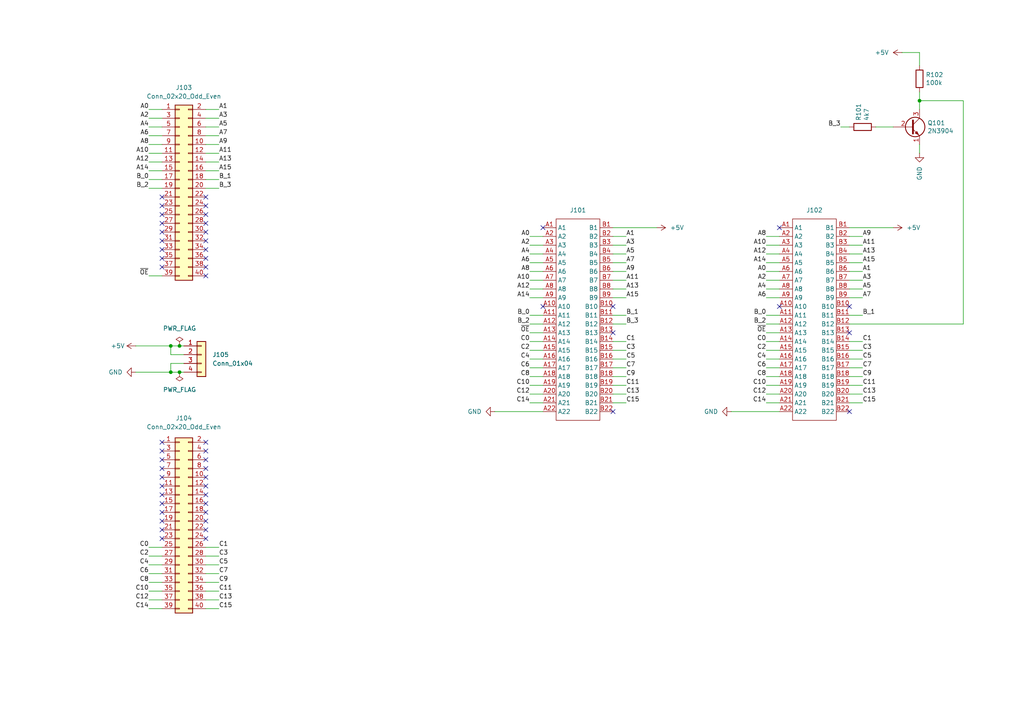
<source format=kicad_sch>
(kicad_sch (version 20231120) (generator "eeschema") (generator_version "8.0")
  (paper "A4")
  (lib_symbols
    (symbol "BoardEdgeConnectors:TE-5530843-4"
      (property "Reference" "J" (at -0.254 30.988 0))
      (symbol "TE-5530843-4_0_1"
        (rectangle (start -6.35 29.21) (end 6.35 -29.21))
      )
      (symbol "TE-5530843-4_1_1"
        (pin passive line (at -10.16 26.67 0) (length 3.81) (name "A1") (number "A1"))
        (pin passive line (at -10.16 3.81 0) (length 3.81) (name "A10") (number "A10"))
        (pin passive line (at -10.16 1.27 0) (length 3.81) (name "A11") (number "A11"))
        (pin passive line (at -10.16 -1.27 0) (length 3.81) (name "A12") (number "A12"))
        (pin passive line (at -10.16 -3.81 0) (length 3.81) (name "A13") (number "A13"))
        (pin passive line (at -10.16 -6.35 0) (length 3.81) (name "A14") (number "A14"))
        (pin passive line (at -10.16 -8.89 0) (length 3.81) (name "A15") (number "A15"))
        (pin passive line (at -10.16 -11.43 0) (length 3.81) (name "A16") (number "A16"))
        (pin passive line (at -10.16 -13.97 0) (length 3.81) (name "A17") (number "A17"))
        (pin passive line (at -10.16 -16.51 0) (length 3.81) (name "A18") (number "A18"))
        (pin passive line (at -10.16 -19.05 0) (length 3.81) (name "A19") (number "A19"))
        (pin passive line (at -10.16 24.13 0) (length 3.81) (name "A2") (number "A2"))
        (pin passive line (at -10.16 -21.59 0) (length 3.81) (name "A20") (number "A20"))
        (pin passive line (at -10.16 -24.13 0) (length 3.81) (name "A21") (number "A21"))
        (pin passive line (at -10.16 -26.67 0) (length 3.81) (name "A22") (number "A22"))
        (pin passive line (at -10.16 21.59 0) (length 3.81) (name "A3") (number "A3"))
        (pin passive line (at -10.16 19.05 0) (length 3.81) (name "A4") (number "A4"))
        (pin passive line (at -10.16 16.51 0) (length 3.81) (name "A5") (number "A5"))
        (pin passive line (at -10.16 13.97 0) (length 3.81) (name "A6") (number "A6"))
        (pin passive line (at -10.16 11.43 0) (length 3.81) (name "A7") (number "A7"))
        (pin passive line (at -10.16 8.89 0) (length 3.81) (name "A8") (number "A8"))
        (pin passive line (at -10.16 6.35 0) (length 3.81) (name "A9") (number "A9"))
        (pin passive line (at 10.16 26.67 180) (length 3.81) (name "B1") (number "B1"))
        (pin passive line (at 10.16 3.81 180) (length 3.81) (name "B10") (number "B10"))
        (pin passive line (at 10.16 1.27 180) (length 3.81) (name "B11") (number "B11"))
        (pin passive line (at 10.16 -1.27 180) (length 3.81) (name "B12") (number "B12"))
        (pin passive line (at 10.16 -3.81 180) (length 3.81) (name "B13") (number "B13"))
        (pin passive line (at 10.16 -6.35 180) (length 3.81) (name "B14") (number "B14"))
        (pin passive line (at 10.16 -8.89 180) (length 3.81) (name "B15") (number "B15"))
        (pin passive line (at 10.16 -11.43 180) (length 3.81) (name "B16") (number "B16"))
        (pin passive line (at 10.16 -13.97 180) (length 3.81) (name "B17") (number "B17"))
        (pin passive line (at 10.16 -16.51 180) (length 3.81) (name "B18") (number "B18"))
        (pin passive line (at 10.16 -19.05 180) (length 3.81) (name "B19") (number "B19"))
        (pin passive line (at 10.16 24.13 180) (length 3.81) (name "B2") (number "B2"))
        (pin passive line (at 10.16 -21.59 180) (length 3.81) (name "B20") (number "B20"))
        (pin passive line (at 10.16 -24.13 180) (length 3.81) (name "B21") (number "B21"))
        (pin passive line (at 10.16 -26.67 180) (length 3.81) (name "B22") (number "B22"))
        (pin passive line (at 10.16 21.59 180) (length 3.81) (name "B3") (number "B3"))
        (pin passive line (at 10.16 19.05 180) (length 3.81) (name "B4") (number "B4"))
        (pin passive line (at 10.16 16.51 180) (length 3.81) (name "B5") (number "B5"))
        (pin passive line (at 10.16 13.97 180) (length 3.81) (name "B6") (number "B6"))
        (pin passive line (at 10.16 11.43 180) (length 3.81) (name "B7") (number "B7"))
        (pin passive line (at 10.16 8.89 180) (length 3.81) (name "B8") (number "B8"))
        (pin passive line (at 10.16 6.35 180) (length 3.81) (name "B9") (number "B9"))
      )
    )
    (symbol "Connector_Generic:Conn_01x04" (pin_names (offset 1.016) hide)
      (property "Reference" "J" (at 0 5.08 0))
      (property "Value" "Conn_01x04" (at 0 -7.62 0))
      (symbol "Conn_01x04_1_1"
        (rectangle (start -1.27 -4.953) (end 0 -5.207) (stroke (width 0.1524)))
        (rectangle (start -1.27 -2.413) (end 0 -2.667) (stroke (width 0.1524)))
        (rectangle (start -1.27 0.127) (end 0 -0.127) (stroke (width 0.1524)))
        (rectangle (start -1.27 2.667) (end 0 2.413) (stroke (width 0.1524)))
        (rectangle (start -1.27 3.81) (end 1.27 -6.35) (stroke (width 0.254)) (fill (type background)))
        (pin passive line (at -5.08 2.54 0) (length 3.81) (name "Pin_1") (number "1"))
        (pin passive line (at -5.08 0 0) (length 3.81) (name "Pin_2") (number "2"))
        (pin passive line (at -5.08 -2.54 0) (length 3.81) (name "Pin_3") (number "3"))
        (pin passive line (at -5.08 -5.08 0) (length 3.81) (name "Pin_4") (number "4"))
      )
    )
    (symbol "Connector_Generic:Conn_02x20_Odd_Even" (pin_names (offset 1.016) hide)
      (property "Reference" "J" (at 1.27 25.4 0))
      (property "Value" "Conn_02x20_Odd_Even" (at 1.27 -27.94 0))
      (symbol "Conn_02x20_Odd_Even_1_1"
        (rectangle (start -1.27 -25.273) (end 0 -25.527) (stroke (width 0.1524)))
        (rectangle (start -1.27 -22.733) (end 0 -22.987) (stroke (width 0.1524)))
        (rectangle (start -1.27 -20.193) (end 0 -20.447) (stroke (width 0.1524)))
        (rectangle (start -1.27 -17.653) (end 0 -17.907) (stroke (width 0.1524)))
        (rectangle (start -1.27 -15.113) (end 0 -15.367) (stroke (width 0.1524)))
        (rectangle (start -1.27 -12.573) (end 0 -12.827) (stroke (width 0.1524)))
        (rectangle (start -1.27 -10.033) (end 0 -10.287) (stroke (width 0.1524)))
        (rectangle (start -1.27 -7.493) (end 0 -7.747) (stroke (width 0.1524)))
        (rectangle (start -1.27 -4.953) (end 0 -5.207) (stroke (width 0.1524)))
        (rectangle (start -1.27 -2.413) (end 0 -2.667) (stroke (width 0.1524)))
        (rectangle (start -1.27 0.127) (end 0 -0.127) (stroke (width 0.1524)))
        (rectangle (start -1.27 2.667) (end 0 2.413) (stroke (width 0.1524)))
        (rectangle (start -1.27 5.207) (end 0 4.953) (stroke (width 0.1524)))
        (rectangle (start -1.27 7.747) (end 0 7.493) (stroke (width 0.1524)))
        (rectangle (start -1.27 10.287) (end 0 10.033) (stroke (width 0.1524)))
        (rectangle (start -1.27 12.827) (end 0 12.573) (stroke (width 0.1524)))
        (rectangle (start -1.27 15.367) (end 0 15.113) (stroke (width 0.1524)))
        (rectangle (start -1.27 17.907) (end 0 17.653) (stroke (width 0.1524)))
        (rectangle (start -1.27 20.447) (end 0 20.193) (stroke (width 0.1524)))
        (rectangle (start -1.27 22.987) (end 0 22.733) (stroke (width 0.1524)))
        (rectangle (start -1.27 24.13) (end 3.81 -26.67) (stroke (width 0.254)) (fill (type background)))
        (rectangle (start 3.81 -25.273) (end 2.54 -25.527) (stroke (width 0.1524)))
        (rectangle (start 3.81 -22.733) (end 2.54 -22.987) (stroke (width 0.1524)))
        (rectangle (start 3.81 -20.193) (end 2.54 -20.447) (stroke (width 0.1524)))
        (rectangle (start 3.81 -17.653) (end 2.54 -17.907) (stroke (width 0.1524)))
        (rectangle (start 3.81 -15.113) (end 2.54 -15.367) (stroke (width 0.1524)))
        (rectangle (start 3.81 -12.573) (end 2.54 -12.827) (stroke (width 0.1524)))
        (rectangle (start 3.81 -10.033) (end 2.54 -10.287) (stroke (width 0.1524)))
        (rectangle (start 3.81 -7.493) (end 2.54 -7.747) (stroke (width 0.1524)))
        (rectangle (start 3.81 -4.953) (end 2.54 -5.207) (stroke (width 0.1524)))
        (rectangle (start 3.81 -2.413) (end 2.54 -2.667) (stroke (width 0.1524)))
        (rectangle (start 3.81 0.127) (end 2.54 -0.127) (stroke (width 0.1524)))
        (rectangle (start 3.81 2.667) (end 2.54 2.413) (stroke (width 0.1524)))
        (rectangle (start 3.81 5.207) (end 2.54 4.953) (stroke (width 0.1524)))
        (rectangle (start 3.81 7.747) (end 2.54 7.493) (stroke (width 0.1524)))
        (rectangle (start 3.81 10.287) (end 2.54 10.033) (stroke (width 0.1524)))
        (rectangle (start 3.81 12.827) (end 2.54 12.573) (stroke (width 0.1524)))
        (rectangle (start 3.81 15.367) (end 2.54 15.113) (stroke (width 0.1524)))
        (rectangle (start 3.81 17.907) (end 2.54 17.653) (stroke (width 0.1524)))
        (rectangle (start 3.81 20.447) (end 2.54 20.193) (stroke (width 0.1524)))
        (rectangle (start 3.81 22.987) (end 2.54 22.733) (stroke (width 0.1524)))
        (pin passive line (at -5.08 22.86 0) (length 3.81) (name "Pin_1") (number "1"))
        (pin passive line (at 7.62 12.7 180) (length 3.81) (name "Pin_10") (number "10"))
        (pin passive line (at -5.08 10.16 0) (length 3.81) (name "Pin_11") (number "11"))
        (pin passive line (at 7.62 10.16 180) (length 3.81) (name "Pin_12") (number "12"))
        (pin passive line (at -5.08 7.62 0) (length 3.81) (name "Pin_13") (number "13"))
        (pin passive line (at 7.62 7.62 180) (length 3.81) (name "Pin_14") (number "14"))
        (pin passive line (at -5.08 5.08 0) (length 3.81) (name "Pin_15") (number "15"))
        (pin passive line (at 7.62 5.08 180) (length 3.81) (name "Pin_16") (number "16"))
        (pin passive line (at -5.08 2.54 0) (length 3.81) (name "Pin_17") (number "17"))
        (pin passive line (at 7.62 2.54 180) (length 3.81) (name "Pin_18") (number "18"))
        (pin passive line (at -5.08 0 0) (length 3.81) (name "Pin_19") (number "19"))
        (pin passive line (at 7.62 22.86 180) (length 3.81) (name "Pin_2") (number "2"))
        (pin passive line (at 7.62 0 180) (length 3.81) (name "Pin_20") (number "20"))
        (pin passive line (at -5.08 -2.54 0) (length 3.81) (name "Pin_21") (number "21"))
        (pin passive line (at 7.62 -2.54 180) (length 3.81) (name "Pin_22") (number "22"))
        (pin passive line (at -5.08 -5.08 0) (length 3.81) (name "Pin_23") (number "23"))
        (pin passive line (at 7.62 -5.08 180) (length 3.81) (name "Pin_24") (number "24"))
        (pin passive line (at -5.08 -7.62 0) (length 3.81) (name "Pin_25") (number "25"))
        (pin passive line (at 7.62 -7.62 180) (length 3.81) (name "Pin_26") (number "26"))
        (pin passive line (at -5.08 -10.16 0) (length 3.81) (name "Pin_27") (number "27"))
        (pin passive line (at 7.62 -10.16 180) (length 3.81) (name "Pin_28") (number "28"))
        (pin passive line (at -5.08 -12.7 0) (length 3.81) (name "Pin_29") (number "29"))
        (pin passive line (at -5.08 20.32 0) (length 3.81) (name "Pin_3") (number "3"))
        (pin passive line (at 7.62 -12.7 180) (length 3.81) (name "Pin_30") (number "30"))
        (pin passive line (at -5.08 -15.24 0) (length 3.81) (name "Pin_31") (number "31"))
        (pin passive line (at 7.62 -15.24 180) (length 3.81) (name "Pin_32") (number "32"))
        (pin passive line (at -5.08 -17.78 0) (length 3.81) (name "Pin_33") (number "33"))
        (pin passive line (at 7.62 -17.78 180) (length 3.81) (name "Pin_34") (number "34"))
        (pin passive line (at -5.08 -20.32 0) (length 3.81) (name "Pin_35") (number "35"))
        (pin passive line (at 7.62 -20.32 180) (length 3.81) (name "Pin_36") (number "36"))
        (pin passive line (at -5.08 -22.86 0) (length 3.81) (name "Pin_37") (number "37"))
        (pin passive line (at 7.62 -22.86 180) (length 3.81) (name "Pin_38") (number "38"))
        (pin passive line (at -5.08 -25.4 0) (length 3.81) (name "Pin_39") (number "39"))
        (pin passive line (at 7.62 20.32 180) (length 3.81) (name "Pin_4") (number "4"))
        (pin passive line (at 7.62 -25.4 180) (length 3.81) (name "Pin_40") (number "40"))
        (pin passive line (at -5.08 17.78 0) (length 3.81) (name "Pin_5") (number "5"))
        (pin passive line (at 7.62 17.78 180) (length 3.81) (name "Pin_6") (number "6"))
        (pin passive line (at -5.08 15.24 0) (length 3.81) (name "Pin_7") (number "7"))
        (pin passive line (at 7.62 15.24 180) (length 3.81) (name "Pin_8") (number "8"))
        (pin passive line (at -5.08 12.7 0) (length 3.81) (name "Pin_9") (number "9"))
      )
    )
    (symbol "Device:R" (pin_numbers hide) (pin_names (offset 0))
      (property "Reference" "R" (at 2.032 0 90))
      (property "Value" "R" (at 0 0 90))
      (symbol "R_0_1"
        (rectangle (start -1.016 -2.54) (end 1.016 2.54) (stroke (width 0.254)))
      )
      (symbol "R_1_1"
        (pin passive line (at 0 3.81 270) (length 1.27) (name "~") (number "1"))
        (pin passive line (at 0 -3.81 90) (length 1.27) (name "~") (number "2"))
      )
    )
    (symbol "Transistor_BJT:2N3904" (pin_names (offset 0) hide)
      (property "Reference" "Q" (at 5.08 1.905 0))
      (property "Value" "2N3904" (at 5.08 0 0))
      (symbol "2N3904_0_1"
        (polyline (pts (xy 0.635 0.635) (xy 2.54 2.54)))
        (polyline (pts (xy 0.635 -0.635) (xy 2.54 -2.54) (xy 2.54 -2.54)))
        (polyline (pts (xy 0.635 1.905) (xy 0.635 -1.905) (xy 0.635 -1.905)) (stroke (width 0.508)))
        (polyline (pts (xy 1.27 -1.778) (xy 1.778 -1.27) (xy 2.286 -2.286) (xy 1.27 -1.778) (xy 1.27 -1.778)) (fill (type outline)))
        (circle (center 1.27 0) (radius 2.8194) (stroke (width 0.254)))
      )
      (symbol "2N3904_1_1"
        (pin passive line (at 2.54 -5.08 90) (length 2.54) (name "E") (number "1"))
        (pin passive line (at -5.08 0 0) (length 5.715) (name "B") (number "2"))
        (pin passive line (at 2.54 5.08 270) (length 2.54) (name "C") (number "3"))
      )
    )
    (symbol "power:+5V" (power) (pin_numbers hide) (pin_names (offset 0) hide)
      (property "Value" "+5V" (at 0 3.556 0))
      (symbol "+5V_0_1"
        (polyline (pts (xy -0.762 1.27) (xy 0 2.54)))
        (polyline (pts (xy 0 0) (xy 0 2.54)))
        (polyline (pts (xy 0 2.54) (xy 0.762 1.27)))
      )
      (symbol "+5V_1_1"
        (pin power_in line (at 0 0 90) (length 0) (name "~") (number "1"))
      )
    )
    (symbol "power:GND" (power) (pin_numbers hide) (pin_names (offset 0) hide)
      (property "Value" "GND" (at 0 -3.81 0))
      (symbol "GND_0_1"
        (polyline (pts (xy 0 0) (xy 0 -1.27) (xy 1.27 -1.27) (xy 0 -2.54) (xy -1.27 -1.27) (xy 0 -1.27)))
      )
      (symbol "GND_1_1"
        (pin power_in line (at 0 0 270) (length 0) (name "~") (number "1"))
      )
    )
    (symbol "power:PWR_FLAG" (power) (pin_numbers hide) (pin_names (offset 0) hide)
      (property "Value" "PWR_FLAG" (at 0 3.81 0))
      (symbol "PWR_FLAG_0_0"
        (pin power_out line (at 0 0 90) (length 0) (name "~") (number "1"))
      )
      (symbol "PWR_FLAG_0_1"
        (polyline (pts (xy 0 0) (xy 0 1.27) (xy -1.016 1.905) (xy 0 2.54) (xy 1.016 1.905) (xy 0 1.27)))
      )
    )
  )
  (junction (at 52.07 100.33))
  (junction (at 49.53 100.33))
  (junction (at 49.53 107.95))
  (junction (at 266.7 29.21))
  (junction (at 52.07 107.95))
  (no_connect (at 59.69 130.81))
  (no_connect (at 246.38 96.52))
  (no_connect (at 46.99 62.23))
  (no_connect (at 59.69 64.77))
  (no_connect (at 59.69 153.67))
  (no_connect (at 59.69 72.39))
  (no_connect (at 46.99 151.13))
  (no_connect (at 59.69 140.97))
  (no_connect (at 177.8 88.9))
  (no_connect (at 46.99 140.97))
  (no_connect (at 59.69 146.05))
  (no_connect (at 59.69 59.69))
  (no_connect (at 46.99 135.89))
  (no_connect (at 46.99 67.31))
  (no_connect (at 59.69 62.23))
  (no_connect (at 177.8 96.52))
  (no_connect (at 59.69 67.31))
  (no_connect (at 46.99 138.43))
  (no_connect (at 59.69 156.21))
  (no_connect (at 59.69 151.13))
  (no_connect (at 246.38 119.38))
  (no_connect (at 157.48 66.04))
  (no_connect (at 226.06 66.04))
  (no_connect (at 59.69 80.01))
  (no_connect (at 59.69 69.85))
  (no_connect (at 59.69 128.27))
  (no_connect (at 46.99 133.35))
  (no_connect (at 59.69 143.51))
  (no_connect (at 59.69 133.35))
  (no_connect (at 46.99 153.67))
  (no_connect (at 46.99 128.27))
  (no_connect (at 59.69 57.15))
  (no_connect (at 59.69 148.59))
  (no_connect (at 59.69 74.93))
  (no_connect (at 157.48 88.9))
  (no_connect (at 59.69 77.47))
  (no_connect (at 46.99 69.85))
  (no_connect (at 46.99 130.81))
  (no_connect (at 46.99 143.51))
  (no_connect (at 46.99 146.05))
  (no_connect (at 46.99 156.21))
  (no_connect (at 246.38 88.9))
  (no_connect (at 59.69 138.43))
  (no_connect (at 177.8 119.38))
  (no_connect (at 59.69 135.89))
  (no_connect (at 46.99 77.47))
  (no_connect (at 46.99 59.69))
  (no_connect (at 46.99 57.15))
  (no_connect (at 46.99 64.77))
  (no_connect (at 226.06 88.9))
  (no_connect (at 46.99 74.93))
  (no_connect (at 46.99 148.59))
  (no_connect (at 46.99 72.39))
  (wire (pts (xy 246.38 106.68) (xy 250.19 106.68)))
  (wire (pts (xy 59.69 161.29) (xy 63.5 161.29)))
  (wire (pts (xy 153.67 99.06) (xy 157.48 99.06)))
  (wire (pts (xy 49.53 102.87) (xy 49.53 100.33)))
  (wire (pts (xy 153.67 76.2) (xy 157.48 76.2)))
  (wire (pts (xy 153.67 86.36) (xy 157.48 86.36)))
  (wire (pts (xy 177.8 109.22) (xy 181.61 109.22)))
  (wire (pts (xy 177.8 106.68) (xy 181.61 106.68)))
  (wire (pts (xy 177.8 78.74) (xy 181.61 78.74)))
  (wire (pts (xy 43.18 168.91) (xy 46.99 168.91)))
  (wire (pts (xy 222.25 106.68) (xy 226.06 106.68)))
  (wire (pts (xy 153.67 73.66) (xy 157.48 73.66)))
  (wire (pts (xy 177.8 101.6) (xy 181.61 101.6)))
  (wire (pts (xy 43.18 176.53) (xy 46.99 176.53)))
  (wire (pts (xy 222.25 76.2) (xy 226.06 76.2)))
  (wire (pts (xy 43.18 54.61) (xy 46.99 54.61)))
  (wire (pts (xy 246.38 68.58) (xy 250.19 68.58)))
  (wire (pts (xy 59.69 39.37) (xy 63.5 39.37)))
  (wire (pts (xy 59.69 36.83) (xy 63.5 36.83)))
  (wire (pts (xy 59.69 158.75) (xy 63.5 158.75)))
  (wire (pts (xy 222.25 109.22) (xy 226.06 109.22)))
  (wire (pts (xy 177.8 116.84) (xy 181.61 116.84)))
  (wire (pts (xy 222.25 96.52) (xy 226.06 96.52)))
  (wire (pts (xy 52.07 107.95) (xy 53.34 107.95)))
  (wire (pts (xy 153.67 81.28) (xy 157.48 81.28)))
  (wire (pts (xy 177.8 76.2) (xy 181.61 76.2)))
  (wire (pts (xy 246.38 109.22) (xy 250.19 109.22)))
  (wire (pts (xy 222.25 73.66) (xy 226.06 73.66)))
  (wire (pts (xy 222.25 86.36) (xy 226.06 86.36)))
  (wire (pts (xy 153.67 91.44) (xy 157.48 91.44)))
  (wire (pts (xy 266.7 31.75) (xy 266.7 29.21)))
  (wire (pts (xy 59.69 163.83) (xy 63.5 163.83)))
  (wire (pts (xy 43.18 163.83) (xy 46.99 163.83)))
  (wire (pts (xy 246.38 93.98) (xy 279.4 93.98)))
  (wire (pts (xy 261.62 15.24) (xy 266.7 15.24)))
  (wire (pts (xy 246.38 114.3) (xy 250.19 114.3)))
  (wire (pts (xy 177.8 83.82) (xy 181.61 83.82)))
  (wire (pts (xy 222.25 114.3) (xy 226.06 114.3)))
  (wire (pts (xy 43.18 161.29) (xy 46.99 161.29)))
  (wire (pts (xy 59.69 176.53) (xy 63.5 176.53)))
  (wire (pts (xy 59.69 54.61) (xy 63.5 54.61)))
  (wire (pts (xy 177.8 81.28) (xy 181.61 81.28)))
  (wire (pts (xy 59.69 52.07) (xy 63.5 52.07)))
  (wire (pts (xy 43.18 52.07) (xy 46.99 52.07)))
  (wire (pts (xy 222.25 111.76) (xy 226.06 111.76)))
  (wire (pts (xy 177.8 114.3) (xy 181.61 114.3)))
  (wire (pts (xy 49.53 105.41) (xy 49.53 107.95)))
  (wire (pts (xy 153.67 104.14) (xy 157.48 104.14)))
  (wire (pts (xy 153.67 111.76) (xy 157.48 111.76)))
  (wire (pts (xy 222.25 99.06) (xy 226.06 99.06)))
  (wire (pts (xy 153.67 101.6) (xy 157.48 101.6)))
  (wire (pts (xy 143.51 119.38) (xy 157.48 119.38)))
  (wire (pts (xy 222.25 104.14) (xy 226.06 104.14)))
  (wire (pts (xy 59.69 171.45) (xy 63.5 171.45)))
  (wire (pts (xy 153.67 96.52) (xy 157.48 96.52)))
  (wire (pts (xy 43.18 44.45) (xy 46.99 44.45)))
  (wire (pts (xy 177.8 66.04) (xy 190.5 66.04)))
  (wire (pts (xy 59.69 44.45) (xy 63.5 44.45)))
  (wire (pts (xy 53.34 102.87) (xy 49.53 102.87)))
  (wire (pts (xy 177.8 99.06) (xy 181.61 99.06)))
  (wire (pts (xy 52.07 100.33) (xy 53.34 100.33)))
  (wire (pts (xy 59.69 49.53) (xy 63.5 49.53)))
  (wire (pts (xy 266.7 15.24) (xy 266.7 19.05)))
  (wire (pts (xy 222.25 83.82) (xy 226.06 83.82)))
  (wire (pts (xy 59.69 166.37) (xy 63.5 166.37)))
  (wire (pts (xy 153.67 78.74) (xy 157.48 78.74)))
  (wire (pts (xy 266.7 29.21) (xy 266.7 26.67)))
  (wire (pts (xy 222.25 101.6) (xy 226.06 101.6)))
  (wire (pts (xy 59.69 173.99) (xy 63.5 173.99)))
  (wire (pts (xy 43.18 173.99) (xy 46.99 173.99)))
  (wire (pts (xy 246.38 91.44) (xy 250.19 91.44)))
  (wire (pts (xy 49.53 107.95) (xy 52.07 107.95)))
  (wire (pts (xy 177.8 111.76) (xy 181.61 111.76)))
  (wire (pts (xy 43.18 166.37) (xy 46.99 166.37)))
  (wire (pts (xy 246.38 104.14) (xy 250.19 104.14)))
  (wire (pts (xy 39.37 107.95) (xy 49.53 107.95)))
  (wire (pts (xy 222.25 93.98) (xy 226.06 93.98)))
  (wire (pts (xy 222.25 116.84) (xy 226.06 116.84)))
  (wire (pts (xy 43.18 31.75) (xy 46.99 31.75)))
  (wire (pts (xy 59.69 31.75) (xy 63.5 31.75)))
  (wire (pts (xy 222.25 91.44) (xy 226.06 91.44)))
  (wire (pts (xy 153.67 116.84) (xy 157.48 116.84)))
  (wire (pts (xy 243.84 36.83) (xy 246.38 36.83)))
  (wire (pts (xy 246.38 73.66) (xy 250.19 73.66)))
  (wire (pts (xy 59.69 46.99) (xy 63.5 46.99)))
  (wire (pts (xy 246.38 99.06) (xy 250.19 99.06)))
  (wire (pts (xy 177.8 68.58) (xy 181.61 68.58)))
  (wire (pts (xy 43.18 171.45) (xy 46.99 171.45)))
  (wire (pts (xy 177.8 91.44) (xy 181.61 91.44)))
  (wire (pts (xy 246.38 111.76) (xy 250.19 111.76)))
  (wire (pts (xy 153.67 71.12) (xy 157.48 71.12)))
  (wire (pts (xy 43.18 41.91) (xy 46.99 41.91)))
  (wire (pts (xy 246.38 86.36) (xy 250.19 86.36)))
  (wire (pts (xy 43.18 46.99) (xy 46.99 46.99)))
  (wire (pts (xy 43.18 36.83) (xy 46.99 36.83)))
  (wire (pts (xy 153.67 114.3) (xy 157.48 114.3)))
  (wire (pts (xy 177.8 104.14) (xy 181.61 104.14)))
  (wire (pts (xy 153.67 83.82) (xy 157.48 83.82)))
  (wire (pts (xy 254 36.83) (xy 259.08 36.83)))
  (wire (pts (xy 53.34 105.41) (xy 49.53 105.41)))
  (wire (pts (xy 59.69 168.91) (xy 63.5 168.91)))
  (wire (pts (xy 43.18 34.29) (xy 46.99 34.29)))
  (wire (pts (xy 177.8 86.36) (xy 181.61 86.36)))
  (wire (pts (xy 177.8 93.98) (xy 181.61 93.98)))
  (wire (pts (xy 177.8 73.66) (xy 181.61 73.66)))
  (wire (pts (xy 266.7 41.91) (xy 266.7 44.45)))
  (wire (pts (xy 222.25 81.28) (xy 226.06 81.28)))
  (wire (pts (xy 153.67 93.98) (xy 157.48 93.98)))
  (wire (pts (xy 222.25 71.12) (xy 226.06 71.12)))
  (wire (pts (xy 222.25 78.74) (xy 226.06 78.74)))
  (wire (pts (xy 153.67 109.22) (xy 157.48 109.22)))
  (wire (pts (xy 59.69 41.91) (xy 63.5 41.91)))
  (wire (pts (xy 212.09 119.38) (xy 226.06 119.38)))
  (wire (pts (xy 246.38 116.84) (xy 250.19 116.84)))
  (wire (pts (xy 266.7 29.21) (xy 279.4 29.21)))
  (wire (pts (xy 246.38 83.82) (xy 250.19 83.82)))
  (wire (pts (xy 246.38 78.74) (xy 250.19 78.74)))
  (wire (pts (xy 222.25 68.58) (xy 226.06 68.58)))
  (wire (pts (xy 246.38 81.28) (xy 250.19 81.28)))
  (wire (pts (xy 49.53 100.33) (xy 52.07 100.33)))
  (wire (pts (xy 246.38 66.04) (xy 259.08 66.04)))
  (wire (pts (xy 246.38 101.6) (xy 250.19 101.6)))
  (wire (pts (xy 43.18 39.37) (xy 46.99 39.37)))
  (wire (pts (xy 59.69 34.29) (xy 63.5 34.29)))
  (wire (pts (xy 39.37 100.33) (xy 49.53 100.33)))
  (wire (pts (xy 153.67 106.68) (xy 157.48 106.68)))
  (wire (pts (xy 177.8 71.12) (xy 181.61 71.12)))
  (wire (pts (xy 43.18 80.01) (xy 46.99 80.01)))
  (wire (pts (xy 43.18 49.53) (xy 46.99 49.53)))
  (wire (pts (xy 43.18 158.75) (xy 46.99 158.75)))
  (wire (pts (xy 246.38 76.2) (xy 250.19 76.2)))
  (wire (pts (xy 153.67 68.58) (xy 157.48 68.58)))
  (wire (pts (xy 246.38 71.12) (xy 250.19 71.12)))
  (wire (pts (xy 279.4 29.21) (xy 279.4 93.98)))
  (label "C13" (at 181.61 114.3 0))
  (label "C6" (at 43.18 166.37 180))
  (label "C11" (at 250.19 111.76 0))
  (label "C2" (at 43.18 161.29 180))
  (label "B_3" (at 181.61 93.98 0))
  (label "C10" (at 43.18 171.45 180))
  (label "A9" (at 63.5 41.91 0))
  (label "A1" (at 181.61 68.58 0))
  (label "C12" (at 153.67 114.3 180))
  (label "C4" (at 43.18 163.83 180))
  (label "C5" (at 250.19 104.14 0))
  (label "A14" (at 43.18 49.53 180))
  (label "A3" (at 181.61 71.12 0))
  (label "A4" (at 222.25 83.82 180))
  (label "C13" (at 250.19 114.3 0))
  (label "C8" (at 153.67 109.22 180))
  (label "A1" (at 63.5 31.75 0))
  (label "B_2" (at 153.67 93.98 180))
  (label "C2" (at 222.25 101.6 180))
  (label "A10" (at 222.25 71.12 180))
  (label "A7" (at 250.19 86.36 0))
  (label "C12" (at 43.18 173.99 180))
  (label "~{OE}" (at 222.25 96.52 180))
  (label "A5" (at 63.5 36.83 0))
  (label "A13" (at 181.61 83.82 0))
  (label "C8" (at 43.18 168.91 180))
  (label "C10" (at 222.25 111.76 180))
  (label "A0" (at 43.18 31.75 180))
  (label "C1" (at 181.61 99.06 0))
  (label "A3" (at 63.5 34.29 0))
  (label "A10" (at 153.67 81.28 180))
  (label "B_0" (at 43.18 52.07 180))
  (label "C6" (at 153.67 106.68 180))
  (label "A9" (at 250.19 68.58 0))
  (label "C1" (at 63.5 158.75 0))
  (label "A15" (at 181.61 86.36 0))
  (label "A15" (at 250.19 76.2 0))
  (label "A0" (at 153.67 68.58 180))
  (label "A2" (at 43.18 34.29 180))
  (label "A5" (at 181.61 73.66 0))
  (label "C14" (at 222.25 116.84 180))
  (label "A7" (at 63.5 39.37 0))
  (label "C7" (at 181.61 106.68 0))
  (label "A11" (at 181.61 81.28 0))
  (label "C7" (at 63.5 166.37 0))
  (label "A3" (at 250.19 81.28 0))
  (label "A8" (at 43.18 41.91 180))
  (label "A12" (at 43.18 46.99 180))
  (label "B_0" (at 153.67 91.44 180))
  (label "A2" (at 222.25 81.28 180))
  (label "A12" (at 153.67 83.82 180))
  (label "C8" (at 222.25 109.22 180))
  (label "C4" (at 222.25 104.14 180))
  (label "C0" (at 43.18 158.75 180))
  (label "A11" (at 250.19 71.12 0))
  (label "C2" (at 153.67 101.6 180))
  (label "C7" (at 250.19 106.68 0))
  (label "A13" (at 250.19 73.66 0))
  (label "A6" (at 43.18 39.37 180))
  (label "A5" (at 250.19 83.82 0))
  (label "A8" (at 222.25 68.58 180))
  (label "C5" (at 63.5 163.83 0))
  (label "C15" (at 63.5 176.53 0))
  (label "C11" (at 181.61 111.76 0))
  (label "~{OE}" (at 43.18 80.01 180))
  (label "B_3" (at 63.5 54.61 0))
  (label "A7" (at 181.61 76.2 0))
  (label "C10" (at 153.67 111.76 180))
  (label "A11" (at 63.5 44.45 0))
  (label "A15" (at 63.5 49.53 0))
  (label "B_1" (at 250.19 91.44 0))
  (label "A2" (at 153.67 71.12 180))
  (label "~{OE}" (at 153.67 96.52 180))
  (label "B_1" (at 181.61 91.44 0))
  (label "A4" (at 43.18 36.83 180))
  (label "C3" (at 181.61 101.6 0))
  (label "A6" (at 222.25 86.36 180))
  (label "B_2" (at 43.18 54.61 180))
  (label "C5" (at 181.61 104.14 0))
  (label "C6" (at 222.25 106.68 180))
  (label "C9" (at 63.5 168.91 0))
  (label "C15" (at 181.61 116.84 0))
  (label "B_1" (at 63.5 52.07 0))
  (label "A0" (at 222.25 78.74 180))
  (label "C4" (at 153.67 104.14 180))
  (label "B_0" (at 222.25 91.44 180))
  (label "A6" (at 153.67 76.2 180))
  (label "A10" (at 43.18 44.45 180))
  (label "C9" (at 250.19 109.22 0))
  (label "A14" (at 153.67 86.36 180))
  (label "C11" (at 63.5 171.45 0))
  (label "C9" (at 181.61 109.22 0))
  (label "C13" (at 63.5 173.99 0))
  (label "C0" (at 222.25 99.06 180))
  (label "C15" (at 250.19 116.84 0))
  (label "A1" (at 250.19 78.74 0))
  (label "A13" (at 63.5 46.99 0))
  (label "B_2" (at 222.25 93.98 180))
  (label "A4" (at 153.67 73.66 180))
  (label "C3" (at 63.5 161.29 0))
  (label "C0" (at 153.67 99.06 180))
  (label "A14" (at 222.25 76.2 180))
  (label "C14" (at 153.67 116.84 180))
  (label "A8" (at 153.67 78.74 180))
  (label "C1" (at 250.19 99.06 0))
  (label "C3" (at 250.19 101.6 0))
  (label "C12" (at 222.25 114.3 180))
  (label "B_3" (at 243.84 36.83 180))
  (label "A9" (at 181.61 78.74 0))
  (label "C14" (at 43.18 176.53 180))
  (label "A12" (at 222.25 73.66 180))
  (symbol (lib_id "Connector_Generic:Conn_02x20_Odd_Even") (at 52.07 151.13 0) (unit 1)
    (property "Reference" "J104" (at 53.34 121.285 0))
    (property "Value" "Conn_02x20_Odd_Even" (at 53.34 123.825 0))
    (property "Footprint" "Connector_PinHeader_2.54mm:PinHeader_2x20_P2.54mm_Vertical" (effects (hide yes)))
  )
  (symbol (lib_id "power:+5V") (at 259.08 66.04 270) (unit 1)
    (property "Reference" "#PWR0104" (effects (hide yes)))
    (property "Value" "+5V" (at 262.89 66.0399 90) (effects (justify left)))
    (property "Description" "Power symbol creates a global label with name \"+5V\"" (effects (hide yes)))
  )
  (symbol (lib_id "BoardEdgeConnectors:TE-5530843-4") (at 236.22 92.71 0) (unit 1)
    (property "Reference" "J102" (at 236.22 60.96 0))
    (property "Footprint" "BoardEdgeConnectors:TE-5530843-4-Mount" (effects (hide yes)))
    (property "Datasheet" "https://www.te.com/en/product-5530843-4.html" (effects (hide yes)))
    (property "Description" "44 contact board edge connector" (effects (hide yes)))
  )
  (symbol (lib_id "Transistor_BJT:2N3904") (at 264.16 36.83 0) (unit 1)
    (property "Reference" "Q101" (at 268.986 35.6616 0) (effects (justify left)))
    (property "Value" "2N3904" (at 268.986 37.973 0) (effects (justify left)))
    (property "Footprint" "Package_TO_SOT_THT:TO-92_Wide" (effects (hide yes)))
    (property "Datasheet" "https://www.onsemi.com/pub/Collateral/2N3903-D.PDF" (effects (hide yes)))
  )
  (symbol (lib_id "power:+5V") (at 39.37 100.33 90) (unit 1)
    (property "Reference" "#PWR0106" (effects (hide yes)))
    (property "Value" "+5V" (at 36.195 100.3299 90) (effects (justify left)))
  )
  (symbol (lib_id "power:GND") (at 143.51 119.38 270) (unit 1)
    (property "Reference" "#PWR0101" (effects (hide yes)))
    (property "Value" "GND" (at 139.7 119.3799 90) (effects (justify right)))
    (property "Description" "Power symbol creates a global label with name \"GND\" , ground" (effects (hide yes)))
  )
  (symbol (lib_id "power:GND") (at 212.09 119.38 270) (unit 1)
    (property "Reference" "#PWR0103" (effects (hide yes)))
    (property "Value" "GND" (at 208.28 119.3799 90) (effects (justify right)))
    (property "Description" "Power symbol creates a global label with name \"GND\" , ground" (effects (hide yes)))
  )
  (symbol (lib_id "Connector_Generic:Conn_02x20_Odd_Even") (at 52.07 54.61 0) (unit 1)
    (property "Reference" "J103" (at 53.34 25.4 0))
    (property "Value" "Conn_02x20_Odd_Even" (at 53.34 27.94 0))
    (property "Footprint" "Connector_PinHeader_2.54mm:PinHeader_2x20_P2.54mm_Vertical" (effects (hide yes)))
  )
  (symbol (lib_id "power:+5V") (at 190.5 66.04 270) (unit 1)
    (property "Reference" "#PWR0102" (effects (hide yes)))
    (property "Value" "+5V" (at 194.31 66.0399 90) (effects (justify left)))
    (property "Description" "Power symbol creates a global label with name \"+5V\"" (effects (hide yes)))
  )
  (symbol (lib_id "Device:R") (at 250.19 36.83 90) (unit 1)
    (property "Reference" "R101" (at 249.0216 35.052 0) (effects (justify left)))
    (property "Value" "4k7" (at 251.333 35.052 0) (effects (justify left)))
    (property "Footprint" "Resistor_THT:R_Axial_DIN0207_L6.3mm_D2.5mm_P7.62mm_Horizontal" (effects (hide yes)))
  )
  (symbol (lib_id "power:GND") (at 266.7 44.45 0) (unit 1)
    (property "Reference" "#PWR0105" (effects (hide yes)))
    (property "Value" "GND" (at 266.6999 48.26 90) (effects (justify right)))
  )
  (symbol (lib_id "power:PWR_FLAG") (at 52.07 107.95 180) (unit 1)
    (property "Reference" "#FLG0102" (effects (hide yes)))
    (property "Value" "PWR_FLAG" (at 52.07 113.03 0))
  )
  (symbol (lib_id "power:+5V") (at 334.01 5.08 90) (unit 1)
    (property "Reference" "#PWR0109" (effects (hide yes)))
    (property "Value" "+5V" (at 330.2 5.0799 90) (effects (justify left)))
    (property "Description" "Power symbol creates a global label with name \"+5V\"" (effects (hide yes)))
  )
  (symbol (lib_id "Device:R") (at 266.7 22.86 0) (unit 1)
    (property "Reference" "R102" (at 268.478 21.6916 0) (effects (justify left)))
    (property "Value" "100k" (at 268.478 24.003 0) (effects (justify left)))
    (property "Footprint" "Resistor_THT:R_Axial_DIN0207_L6.3mm_D2.5mm_P7.62mm_Horizontal" (effects (hide yes)))
  )
  (symbol (lib_id "power:PWR_FLAG") (at 52.07 100.33 0) (unit 1)
    (property "Reference" "#FLG0101" (effects (hide yes)))
    (property "Value" "PWR_FLAG" (at 52.07 95.25 0))
  )
  (symbol (lib_id "power:+5V") (at 261.62 15.24 90) (unit 1)
    (property "Reference" "#PWR0108" (effects (hide yes)))
    (property "Value" "+5V" (at 257.81 15.2399 90) (effects (justify left)))
    (property "Description" "Power symbol creates a global label with name \"+5V\"" (effects (hide yes)))
  )
  (symbol (lib_id "BoardEdgeConnectors:TE-5530843-4") (at 167.64 92.71 0) (unit 1)
    (property "Reference" "J101" (at 167.64 60.96 0))
    (property "Footprint" "BoardEdgeConnectors:TE-5530843-4-Mount" (effects (hide yes)))
    (property "Datasheet" "https://www.te.com/en/product-5530843-4.html" (effects (hide yes)))
    (property "Description" "44 contact board edge connector" (effects (hide yes)))
  )
  (symbol (lib_id "power:GND") (at 39.37 107.95 270) (unit 1)
    (property "Reference" "#PWR0107" (effects (hide yes)))
    (property "Value" "GND" (at 35.56 107.9499 90) (effects (justify right)))
  )
  (symbol (lib_id "Connector_Generic:Conn_01x04") (at 58.42 102.87 0) (unit 1)
    (property "Reference" "J105" (at 61.595 102.8699 0) (effects (justify left)))
    (property "Value" "Conn_01x04" (at 61.595 105.4099 0) (effects (justify left)))
    (property "Footprint" "Connector_PinHeader_2.54mm:PinHeader_1x04_P2.54mm_Vertical" (effects (hide yes)))
  )
)
</source>
